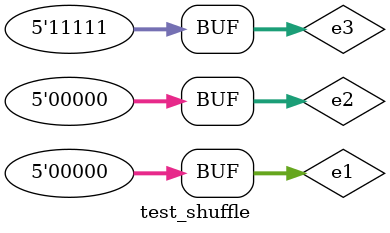
<source format=v>
`include "src/routing/shuffle.v"

module test_shuffle;
   parameter WAY = 3;
   parameter WIRE = 5;

   reg [WIRE-1:0] e1, e2, e3;

   wire [WAY*WIRE-1:0] out;

   shuffle #(.WAY(WIRE), .WIRE(WAY)) inst_shuffle(out, {e3, e2, e1});

   initial
     begin
	$dumpfile("signal_test_shuffle.vcd");
	$dumpvars;
	$display("\t\ttime, \tout\t\t\te1\te2\te3\n");
	$monitor("%d \t%b \t%b \t%b \t%b\n", $time, out, e1, e2, e3);

	e1 <= 5'b11111;
	e2 <= 5'b00000;
	e3 <= 5'b00000;
	#10;
	e1 <= 5'b00000;
	e2 <= 5'b11111;
	e3 <= 5'b00000;
	#10;
	e1 <= 5'b00000;
	e2 <= 5'b00000;
	e3 <= 5'b11111;
	#10;
     end
endmodule

</source>
